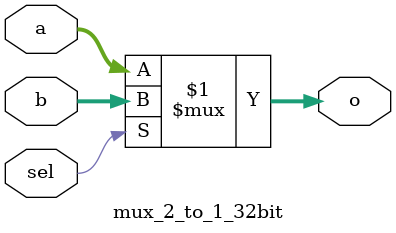
<source format=v>
`timescale 1ns / 1ps
module mux_2_to_1_32bit(
	// Inputs
	input [31:0] a,
	input [31:0] b,
	input sel,
	
	// Outputs
	output [31:0] o
	);

	// Assigns
	assign o = sel ? b : a;
endmodule

</source>
